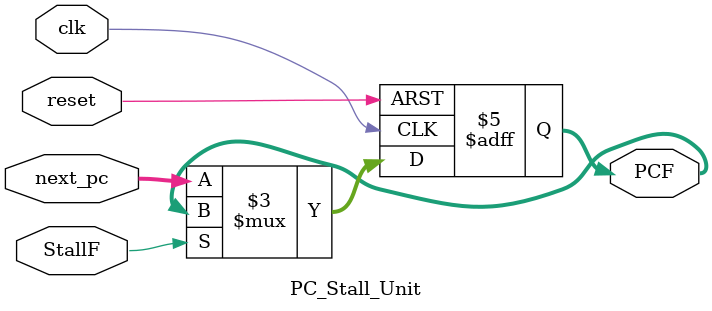
<source format=v>
`timescale 1ns/1ps
module PC_Stall_Unit (
    input clk,
    input reset,
    input StallF,           // Stall signal for the Fetch stage
    input [31:0] next_pc,   // Next PC value (calculated externally)
    output reg [31:0] PCF   // Current PC value
);
    always @(posedge clk or posedge reset) begin
        if (reset) begin
            PCF <= 32'b0; // Reset PC to zero
        end else if (!StallF) begin
            PCF <= next_pc; // Update PC only if StallF is not asserted
        end
        // If StallF is asserted, PCF holds its current value
    end
endmodule
</source>
